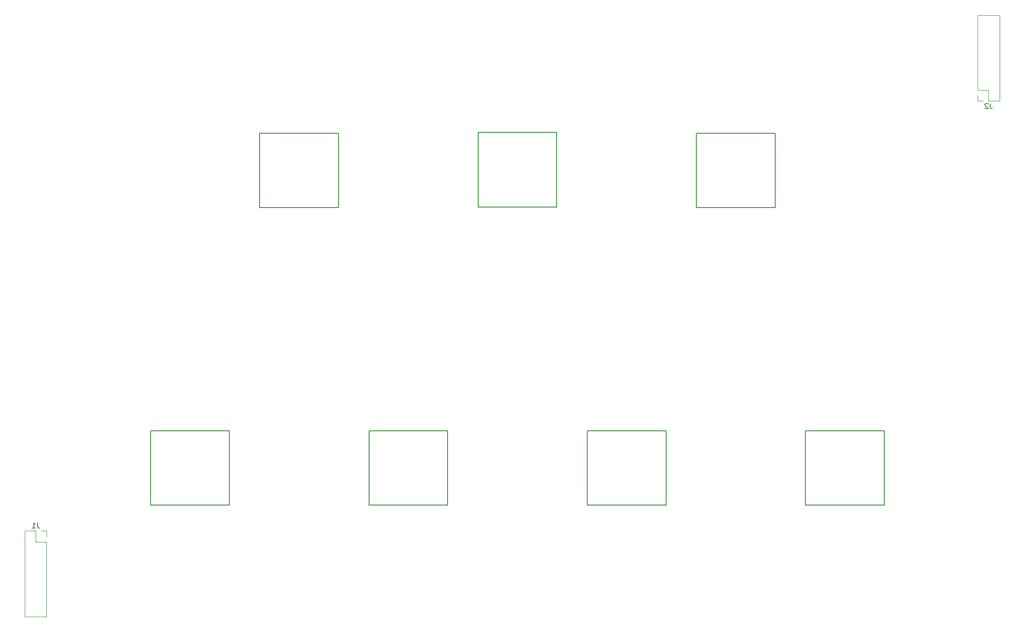
<source format=gbr>
%TF.GenerationSoftware,KiCad,Pcbnew,(6.0.1)*%
%TF.CreationDate,2022-11-16T23:08:11+09:00*%
%TF.ProjectId,iidx-refine-xsw,69696478-2d72-4656-9669-6e652d787377,rev?*%
%TF.SameCoordinates,Original*%
%TF.FileFunction,Legend,Bot*%
%TF.FilePolarity,Positive*%
%FSLAX46Y46*%
G04 Gerber Fmt 4.6, Leading zero omitted, Abs format (unit mm)*
G04 Created by KiCad (PCBNEW (6.0.1)) date 2022-11-16 23:08:11*
%MOMM*%
%LPD*%
G01*
G04 APERTURE LIST*
%ADD10C,0.150000*%
%ADD11C,0.120000*%
G04 APERTURE END LIST*
D10*
%TO.C,J2*%
X223833333Y-39512380D02*
X223833333Y-40226666D01*
X223880952Y-40369523D01*
X223976190Y-40464761D01*
X224119047Y-40512380D01*
X224214285Y-40512380D01*
X223404761Y-39607619D02*
X223357142Y-39560000D01*
X223261904Y-39512380D01*
X223023809Y-39512380D01*
X222928571Y-39560000D01*
X222880952Y-39607619D01*
X222833333Y-39702857D01*
X222833333Y-39798095D01*
X222880952Y-39940952D01*
X223452380Y-40512380D01*
X222833333Y-40512380D01*
%TO.C,J1*%
X44833333Y-118392380D02*
X44833333Y-119106666D01*
X44880952Y-119249523D01*
X44976190Y-119344761D01*
X45119047Y-119392380D01*
X45214285Y-119392380D01*
X43833333Y-119392380D02*
X44404761Y-119392380D01*
X44119047Y-119392380D02*
X44119047Y-118392380D01*
X44214285Y-118535238D01*
X44309523Y-118630476D01*
X44404761Y-118678095D01*
%TO.C,SW1*%
X80899992Y-115099836D02*
X80899992Y-101099836D01*
X66099992Y-115099836D02*
X80899992Y-115099836D01*
X66099992Y-101099836D02*
X66099992Y-115099836D01*
X80899992Y-101099836D02*
X66099992Y-101099836D01*
%TO.C,SW4*%
X142399992Y-58999836D02*
X142399992Y-44999836D01*
X127599992Y-58999836D02*
X142399992Y-58999836D01*
X127599992Y-44999836D02*
X127599992Y-58999836D01*
X142399992Y-44999836D02*
X127599992Y-44999836D01*
%TO.C,SW2*%
X101399992Y-59099836D02*
X101399992Y-45099836D01*
X86599992Y-45099836D02*
X86599992Y-59099836D01*
X101399992Y-45099836D02*
X86599992Y-45099836D01*
X86599992Y-59099836D02*
X101399992Y-59099836D01*
%TO.C,SW6*%
X168599992Y-45099836D02*
X168599992Y-59099836D01*
X183399992Y-59099836D02*
X183399992Y-45099836D01*
X183399992Y-45099836D02*
X168599992Y-45099836D01*
X168599992Y-59099836D02*
X183399992Y-59099836D01*
%TO.C,SW7*%
X203899992Y-115099836D02*
X203899992Y-101099836D01*
X189099992Y-101099836D02*
X189099992Y-115099836D01*
X203899992Y-101099836D02*
X189099992Y-101099836D01*
X189099992Y-115099836D02*
X203899992Y-115099836D01*
%TO.C,SW3*%
X121899992Y-101099836D02*
X107099992Y-101099836D01*
X107099992Y-115099836D02*
X121899992Y-115099836D01*
X107099992Y-101099836D02*
X107099992Y-115099836D01*
X121899992Y-115099836D02*
X121899992Y-101099836D01*
%TO.C,SW5*%
X162899992Y-101099836D02*
X148099992Y-101099836D01*
X148099992Y-101099836D02*
X148099992Y-115099836D01*
X162899992Y-115099836D02*
X162899992Y-101099836D01*
X148099992Y-115099836D02*
X162899992Y-115099836D01*
D11*
%TO.C,J2*%
X221440000Y-39060000D02*
X222500000Y-39060000D01*
X221440000Y-37000000D02*
X221440000Y-22940000D01*
X223500000Y-37000000D02*
X223500000Y-39060000D01*
X221440000Y-37000000D02*
X223500000Y-37000000D01*
X221440000Y-38000000D02*
X221440000Y-39060000D01*
X221440000Y-22940000D02*
X225560000Y-22940000D01*
X223500000Y-39060000D02*
X225560000Y-39060000D01*
X225560000Y-39060000D02*
X225560000Y-22940000D01*
%TO.C,J1*%
X44500000Y-122000000D02*
X44500000Y-119940000D01*
X46560000Y-119940000D02*
X45500000Y-119940000D01*
X42440000Y-119940000D02*
X42440000Y-136060000D01*
X44500000Y-119940000D02*
X42440000Y-119940000D01*
X46560000Y-122000000D02*
X46560000Y-136060000D01*
X46560000Y-122000000D02*
X44500000Y-122000000D01*
X46560000Y-121000000D02*
X46560000Y-119940000D01*
X46560000Y-136060000D02*
X42440000Y-136060000D01*
%TD*%
M02*

</source>
